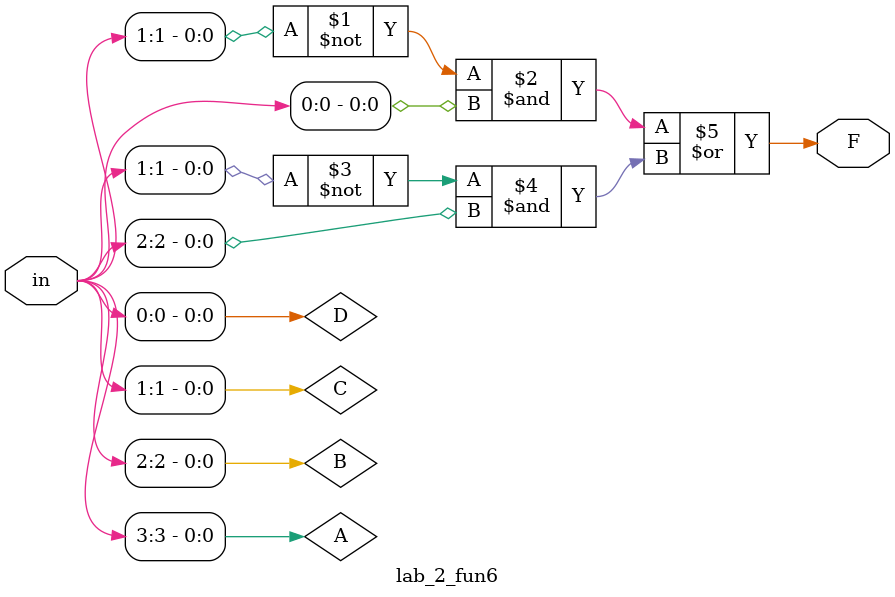
<source format=v>
module lab_2_fun6(input [3:0] in, output F);
	wire A = in[3];
	wire B = in[2];
	wire C = in[1];
	wire D = in[0];

	assign F = (~C & D) | (~C & B);

endmodule

</source>
